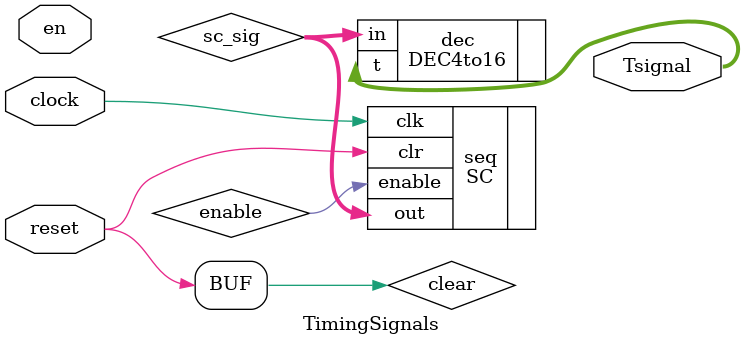
<source format=v>
`timescale 1ns / 1ps
module TimingSignals(reset,clock,en,Tsignal);
input reset,clock,en;
output [15:0] Tsignal;
wire clear;
wire [3:0] sc_sig;
SC seq(.clr(clear),.clk(clock),.enable(enable),.out(sc_sig));
DEC4to16 dec(.in(sc_sig),.t(Tsignal));
assign clear=reset;

endmodule

</source>
